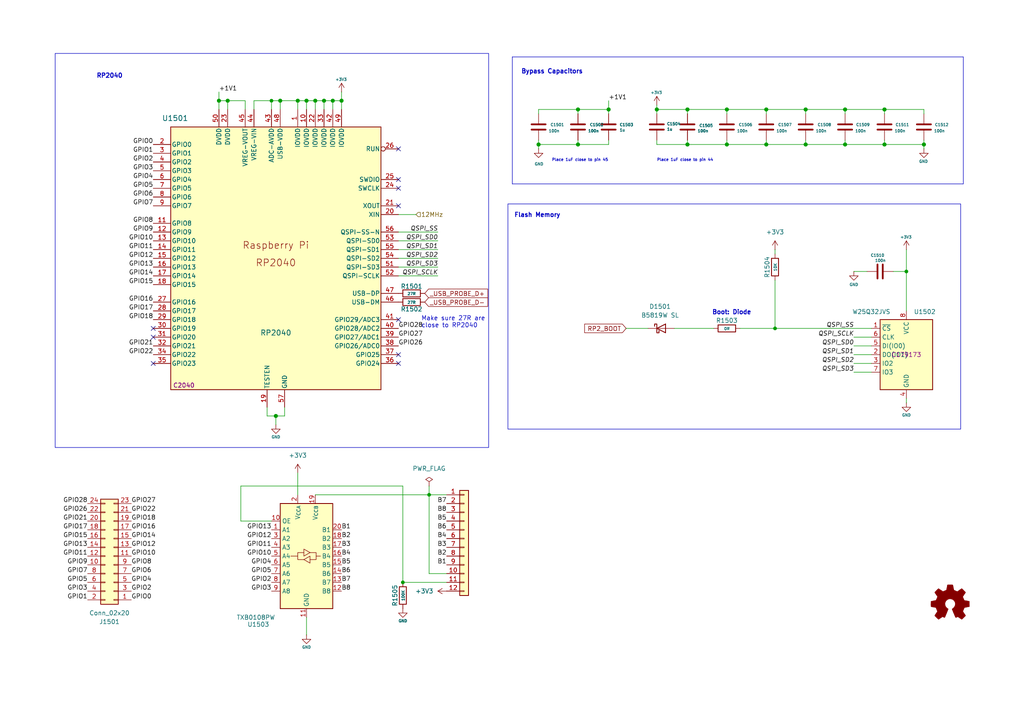
<source format=kicad_sch>
(kicad_sch (version 20250114) (generator "eeschema") (generator_version "9.0")
  (paper "A4")
  (title_block (title "Octoprobe tentacle") (date "2025-09-02") (rev "0.5") (company "Hans Märki, Märki Informatik") (comment 1 "The MIT License (MIT)"))
  (lib_symbols
    (symbol "00_project_library:C" (pin_numbers (hide yes)) (pin_names (offset 0.254))
      (property "Reference" "C" (at 0.635 2.54 0))
      (property "Value" "C" (at 0.635 -2.54 0))
      (symbol "C_0_1"
        (polyline (pts (xy -2.032 0.762) (xy 2.032 0.762)) (stroke (width 0.508)))
        (polyline (pts (xy -2.032 -0.762) (xy 2.032 -0.762)) (stroke (width 0.508)))
      )
      (symbol "C_1_1"
        (pin passive line (at 0 3.81 270) (length 2.794) (name "~") (number "1"))
        (pin passive line (at 0 -3.81 90) (length 2.794) (name "~") (number "2"))
      )
    )
    (symbol "00_project_library:RP2040" (pin_names (offset 0.254))
      (property "Reference" "U" (at 1.27 78.74 0))
      (property "Value" "RP2040" (at 30.48 16.51 0))
      (symbol "RP2040_0_0"
        (text "Raspberry Pi" (at 30.48 41.91 0) (effects (font (size 2 2))))
        (text "RP2040" (at 30.48 36.83 0) (effects (font (size 2 2))))
      )
      (symbol "RP2040_1_0"
        (rectangle (start 0 76.2) (end 60.96 0) (stroke (width 0.254)) (fill (type background)))
      )
      (symbol "RP2040_1_1"
        (pin bidirectional line (at -5.08 71.12 0) (length 5.08) (name "GPIO0") (number "2"))
        (pin bidirectional line (at -5.08 68.58 0) (length 5.08) (name "GPIO1") (number "3"))
        (pin bidirectional line (at -5.08 66.04 0) (length 5.08) (name "GPIO2") (number "4"))
        (pin bidirectional line (at -5.08 63.5 0) (length 5.08) (name "GPIO3") (number "5"))
        (pin bidirectional line (at -5.08 60.96 0) (length 5.08) (name "GPIO4") (number "6"))
        (pin bidirectional line (at -5.08 58.42 0) (length 5.08) (name "GPIO5") (number "7"))
        (pin bidirectional line (at -5.08 55.88 0) (length 5.08) (name "GPIO6") (number "8"))
        (pin bidirectional line (at -5.08 53.34 0) (length 5.08) (name "GPIO7") (number "9"))
        (pin bidirectional line (at -5.08 48.26 0) (length 5.08) (name "GPIO8") (number "11"))
        (pin bidirectional line (at -5.08 45.72 0) (length 5.08) (name "GPIO9") (number "12"))
        (pin bidirectional line (at -5.08 43.18 0) (length 5.08) (name "GPIO10") (number "13"))
        (pin bidirectional line (at -5.08 40.64 0) (length 5.08) (name "GPIO11") (number "14"))
        (pin bidirectional line (at -5.08 38.1 0) (length 5.08) (name "GPIO12") (number "15"))
        (pin bidirectional line (at -5.08 35.56 0) (length 5.08) (name "GPIO13") (number "16"))
        (pin bidirectional line (at -5.08 33.02 0) (length 5.08) (name "GPIO14") (number "17"))
        (pin bidirectional line (at -5.08 30.48 0) (length 5.08) (name "GPIO15") (number "18"))
        (pin bidirectional line (at -5.08 25.4 0) (length 5.08) (name "GPIO16") (number "27"))
        (pin bidirectional line (at -5.08 22.86 0) (length 5.08) (name "GPIO17") (number "28"))
        (pin bidirectional line (at -5.08 20.32 0) (length 5.08) (name "GPIO18") (number "29"))
        (pin bidirectional line (at -5.08 17.78 0) (length 5.08) (name "GPIO19") (number "30"))
        (pin bidirectional line (at -5.08 15.24 0) (length 5.08) (name "GPIO20") (number "31"))
        (pin bidirectional line (at -5.08 12.7 0) (length 5.08) (name "GPIO21") (number "32"))
        (pin bidirectional line (at -5.08 10.16 0) (length 5.08) (name "GPIO22") (number "34"))
        (pin bidirectional line (at -5.08 7.62 0) (length 5.08) (name "GPIO23") (number "35"))
        (pin power_in line (at 13.97 81.28 270) (length 5.08) (name "DVDD") (number "50"))
        (pin power_in line (at 16.51 81.28 270) (length 5.08) (name "DVDD") (number "23"))
        (pin power_out line (at 21.59 81.28 270) (length 5.08) (name "VREG-VOUT") (number "45"))
        (pin power_in line (at 24.13 81.28 270) (length 5.08) (name "VREG-VIN") (number "44"))
        (pin input line (at 27.94 -5.08 90) (length 5.08) (name "TESTEN") (number "19"))
        (pin power_in line (at 29.21 81.28 270) (length 5.08) (name "ADC-AVDD") (number "43"))
        (pin power_in line (at 31.75 81.28 270) (length 5.08) (name "USB-VDD") (number "48"))
        (pin power_in line (at 33.02 -5.08 90) (length 5.08) (name "GND") (number "57"))
        (pin power_in line (at 36.83 81.28 270) (length 5.08) (name "IOVDD") (number "1"))
        (pin power_in line (at 39.37 81.28 270) (length 5.08) (name "IOVDD") (number "10"))
        (pin power_in line (at 41.91 81.28 270) (length 5.08) (name "IOVDD") (number "22"))
        (pin power_in line (at 44.45 81.28 270) (length 5.08) (name "IOVDD") (number "33"))
        (pin power_in line (at 46.99 81.28 270) (length 5.08) (name "IOVDD") (number "42"))
        (pin power_in line (at 49.53 81.28 270) (length 5.08) (name "IOVDD") (number "49"))
        (pin input inverted (at 66.04 69.85 180) (length 5.08) (name "RUN") (number "26"))
        (pin unspecified line (at 66.04 60.96 180) (length 5.08) (name "SWDIO") (number "25"))
        (pin unspecified line (at 66.04 58.42 180) (length 5.08) (name "SWCLK") (number "24"))
        (pin output line (at 66.04 53.34 180) (length 5.08) (name "XOUT") (number "21"))
        (pin bidirectional line (at 66.04 50.8 180) (length 5.08) (name "XIN") (number "20"))
        (pin bidirectional line (at 66.04 45.72 180) (length 5.08) (name "QSPI-SS-N") (number "56"))
        (pin bidirectional line (at 66.04 43.18 180) (length 5.08) (name "QSPI-SD0") (number "53"))
        (pin bidirectional line (at 66.04 40.64 180) (length 5.08) (name "QSPI-SD1") (number "55"))
        (pin bidirectional line (at 66.04 38.1 180) (length 5.08) (name "QSPI-SD2") (number "54"))
        (pin bidirectional line (at 66.04 35.56 180) (length 5.08) (name "QSPI-SD3") (number "51"))
        (pin bidirectional line (at 66.04 33.02 180) (length 5.08) (name "QSPI-SCLK") (number "52"))
        (pin bidirectional line (at 66.04 27.94 180) (length 5.08) (name "USB-DP") (number "47"))
        (pin bidirectional line (at 66.04 25.4 180) (length 5.08) (name "USB-DM") (number "46"))
        (pin bidirectional line (at 66.04 20.32 180) (length 5.08) (name "GPIO29/ADC3") (number "41"))
        (pin bidirectional line (at 66.04 17.78 180) (length 5.08) (name "GPIO28/ADC2") (number "40"))
        (pin bidirectional line (at 66.04 15.24 180) (length 5.08) (name "GPIO27/ADC1") (number "39"))
        (pin bidirectional line (at 66.04 12.7 180) (length 5.08) (name "GPIO26/ADC0") (number "38"))
        (pin bidirectional line (at 66.04 10.16 180) (length 5.08) (name "GPIO25") (number "37"))
        (pin bidirectional line (at 66.04 7.62 180) (length 5.08) (name "GPIO24") (number "36"))
      )
    )
    (symbol "00_project_library:W25Q32JVS"
      (property "Reference" "U" (at -8.89 8.89 0))
      (property "Value" "W25Q32JVS" (at 8.89 12.7 0))
      (property "JLC" "C179173" (at 0 0 0))
      (symbol "W25Q32JVS_0_1"
        (rectangle (start -7.62 10.16) (end 7.62 -10.16) (stroke (width 0.254)) (fill (type background)))
      )
      (symbol "W25Q32JVS_1_1"
        (pin input line (at -10.16 7.62 0) (length 2.54) (name "~{CS}") (number "1"))
        (pin input line (at -10.16 5.08 0) (length 2.54) (name "CLK") (number "6"))
        (pin bidirectional line (at -10.16 2.54 0) (length 2.54) (name "DI(IO0)") (number "5"))
        (pin bidirectional line (at -10.16 0 0) (length 2.54) (name "DO(IO1)") (number "2"))
        (pin bidirectional line (at -10.16 -2.54 0) (length 2.54) (name "IO2") (number "3"))
        (pin bidirectional line (at -10.16 -5.08 0) (length 2.54) (name "IO3") (number "7"))
        (pin power_in line (at 0 12.7 270) (length 2.54) (name "VCC") (number "8"))
        (pin power_in line (at 0 -12.7 90) (length 2.54) (name "GND") (number "4"))
      )
    )
    (symbol "Connector_Generic:Conn_01x12" (pin_names (offset 1.016) (hide yes))
      (property "Reference" "J" (at 0 15.24 0))
      (property "Value" "Conn_01x12" (at 0 -17.78 0))
      (symbol "Conn_01x12_1_1"
        (rectangle (start -1.27 13.97) (end 1.27 -16.51) (stroke (width 0.254)) (fill (type background)))
        (rectangle (start -1.27 12.827) (end 0 12.573) (stroke (width 0.1524)))
        (rectangle (start -1.27 10.287) (end 0 10.033) (stroke (width 0.1524)))
        (rectangle (start -1.27 7.747) (end 0 7.493) (stroke (width 0.1524)))
        (rectangle (start -1.27 5.207) (end 0 4.953) (stroke (width 0.1524)))
        (rectangle (start -1.27 2.667) (end 0 2.413) (stroke (width 0.1524)))
        (rectangle (start -1.27 0.127) (end 0 -0.127) (stroke (width 0.1524)))
        (rectangle (start -1.27 -2.413) (end 0 -2.667) (stroke (width 0.1524)))
        (rectangle (start -1.27 -4.953) (end 0 -5.207) (stroke (width 0.1524)))
        (rectangle (start -1.27 -7.493) (end 0 -7.747) (stroke (width 0.1524)))
        (rectangle (start -1.27 -10.033) (end 0 -10.287) (stroke (width 0.1524)))
        (rectangle (start -1.27 -12.573) (end 0 -12.827) (stroke (width 0.1524)))
        (rectangle (start -1.27 -15.113) (end 0 -15.367) (stroke (width 0.1524)))
        (pin passive line (at -5.08 12.7 0) (length 3.81) (name "Pin_1") (number "1"))
        (pin passive line (at -5.08 10.16 0) (length 3.81) (name "Pin_2") (number "2"))
        (pin passive line (at -5.08 7.62 0) (length 3.81) (name "Pin_3") (number "3"))
        (pin passive line (at -5.08 5.08 0) (length 3.81) (name "Pin_4") (number "4"))
        (pin passive line (at -5.08 2.54 0) (length 3.81) (name "Pin_5") (number "5"))
        (pin passive line (at -5.08 0 0) (length 3.81) (name "Pin_6") (number "6"))
        (pin passive line (at -5.08 -2.54 0) (length 3.81) (name "Pin_7") (number "7"))
        (pin passive line (at -5.08 -5.08 0) (length 3.81) (name "Pin_8") (number "8"))
        (pin passive line (at -5.08 -7.62 0) (length 3.81) (name "Pin_9") (number "9"))
        (pin passive line (at -5.08 -10.16 0) (length 3.81) (name "Pin_10") (number "10"))
        (pin passive line (at -5.08 -12.7 0) (length 3.81) (name "Pin_11") (number "11"))
        (pin passive line (at -5.08 -15.24 0) (length 3.81) (name "Pin_12") (number "12"))
      )
    )
    (symbol "Connector_Generic:Conn_02x12_Odd_Even" (pin_names (offset 1.016) (hide yes))
      (property "Reference" "J" (at 1.27 15.24 0))
      (property "Value" "Conn_02x12_Odd_Even" (at 1.27 -17.78 0))
      (symbol "Conn_02x12_Odd_Even_1_1"
        (rectangle (start -1.27 13.97) (end 3.81 -16.51) (stroke (width 0.254)) (fill (type background)))
        (rectangle (start -1.27 12.827) (end 0 12.573) (stroke (width 0.1524)))
        (rectangle (start -1.27 10.287) (end 0 10.033) (stroke (width 0.1524)))
        (rectangle (start -1.27 7.747) (end 0 7.493) (stroke (width 0.1524)))
        (rectangle (start -1.27 5.207) (end 0 4.953) (stroke (width 0.1524)))
        (rectangle (start -1.27 2.667) (end 0 2.413) (stroke (width 0.1524)))
        (rectangle (start -1.27 0.127) (end 0 -0.127) (stroke (width 0.1524)))
        (rectangle (start -1.27 -2.413) (end 0 -2.667) (stroke (width 0.1524)))
        (rectangle (start -1.27 -4.953) (end 0 -5.207) (stroke (width 0.1524)))
        (rectangle (start -1.27 -7.493) (end 0 -7.747) (stroke (width 0.1524)))
        (rectangle (start -1.27 -10.033) (end 0 -10.287) (stroke (width 0.1524)))
        (rectangle (start -1.27 -12.573) (end 0 -12.827) (stroke (width 0.1524)))
        (rectangle (start -1.27 -15.113) (end 0 -15.367) (stroke (width 0.1524)))
        (rectangle (start 3.81 12.827) (end 2.54 12.573) (stroke (width 0.1524)))
        (rectangle (start 3.81 10.287) (end 2.54 10.033) (stroke (width 0.1524)))
        (rectangle (start 3.81 7.747) (end 2.54 7.493) (stroke (width 0.1524)))
        (rectangle (start 3.81 5.207) (end 2.54 4.953) (stroke (width 0.1524)))
        (rectangle (start 3.81 2.667) (end 2.54 2.413) (stroke (width 0.1524)))
        (rectangle (start 3.81 0.127) (end 2.54 -0.127) (stroke (width 0.1524)))
        (rectangle (start 3.81 -2.413) (end 2.54 -2.667) (stroke (width 0.1524)))
        (rectangle (start 3.81 -4.953) (end 2.54 -5.207) (stroke (width 0.1524)))
        (rectangle (start 3.81 -7.493) (end 2.54 -7.747) (stroke (width 0.1524)))
        (rectangle (start 3.81 -10.033) (end 2.54 -10.287) (stroke (width 0.1524)))
        (rectangle (start 3.81 -12.573) (end 2.54 -12.827) (stroke (width 0.1524)))
        (rectangle (start 3.81 -15.113) (end 2.54 -15.367) (stroke (width 0.1524)))
        (pin passive line (at -5.08 12.7 0) (length 3.81) (name "Pin_1") (number "1"))
        (pin passive line (at -5.08 10.16 0) (length 3.81) (name "Pin_3") (number "3"))
        (pin passive line (at -5.08 7.62 0) (length 3.81) (name "Pin_5") (number "5"))
        (pin passive line (at -5.08 5.08 0) (length 3.81) (name "Pin_7") (number "7"))
        (pin passive line (at -5.08 2.54 0) (length 3.81) (name "Pin_9") (number "9"))
        (pin passive line (at -5.08 0 0) (length 3.81) (name "Pin_11") (number "11"))
        (pin passive line (at -5.08 -2.54 0) (length 3.81) (name "Pin_13") (number "13"))
        (pin passive line (at -5.08 -5.08 0) (length 3.81) (name "Pin_15") (number "15"))
        (pin passive line (at -5.08 -7.62 0) (length 3.81) (name "Pin_17") (number "17"))
        (pin passive line (at -5.08 -10.16 0) (length 3.81) (name "Pin_19") (number "19"))
        (pin passive line (at -5.08 -12.7 0) (length 3.81) (name "Pin_21") (number "21"))
        (pin passive line (at -5.08 -15.24 0) (length 3.81) (name "Pin_23") (number "23"))
        (pin passive line (at 7.62 12.7 180) (length 3.81) (name "Pin_2") (number "2"))
        (pin passive line (at 7.62 10.16 180) (length 3.81) (name "Pin_4") (number "4"))
        (pin passive line (at 7.62 7.62 180) (length 3.81) (name "Pin_6") (number "6"))
        (pin passive line (at 7.62 5.08 180) (length 3.81) (name "Pin_8") (number "8"))
        (pin passive line (at 7.62 2.54 180) (length 3.81) (name "Pin_10") (number "10"))
        (pin passive line (at 7.62 0 180) (length 3.81) (name "Pin_12") (number "12"))
        (pin passive line (at 7.62 -2.54 180) (length 3.81) (name "Pin_14") (number "14"))
        (pin passive line (at 7.62 -5.08 180) (length 3.81) (name "Pin_16") (number "16"))
        (pin passive line (at 7.62 -7.62 180) (length 3.81) (name "Pin_18") (number "18"))
        (pin passive line (at 7.62 -10.16 180) (length 3.81) (name "Pin_20") (number "20"))
        (pin passive line (at 7.62 -12.7 180) (length 3.81) (name "Pin_22") (number "22"))
        (pin passive line (at 7.62 -15.24 180) (length 3.81) (name "Pin_24") (number "24"))
      )
    )
    (symbol "Device:D_Schottky" (pin_numbers (hide yes)) (pin_names (offset 1.016) (hide yes))
      (property "Reference" "D" (at 0 2.54 0))
      (property "Value" "D_Schottky" (at 0 -2.54 0))
      (symbol "D_Schottky_0_1"
        (polyline (pts (xy -1.905 0.635) (xy -1.905 1.27) (xy -1.27 1.27) (xy -1.27 -1.27) (xy -0.635 -1.27) (xy -0.635 -0.635)) (stroke (width 0.254)))
        (polyline (pts (xy 1.27 1.27) (xy 1.27 -1.27) (xy -1.27 0) (xy 1.27 1.27)) (stroke (width 0.254)))
        (polyline (pts (xy 1.27 0) (xy -1.27 0)))
      )
      (symbol "D_Schottky_1_1"
        (pin passive line (at -3.81 0 0) (length 2.54) (name "K") (number "1"))
        (pin passive line (at 3.81 0 180) (length 2.54) (name "A") (number "2"))
      )
    )
    (symbol "Device:R" (pin_numbers (hide yes)) (pin_names (offset 0))
      (property "Reference" "R" (at 2.032 0 90))
      (property "Value" "R" (at 0 0 90))
      (symbol "R_0_1"
        (rectangle (start -1.016 -2.54) (end 1.016 2.54) (stroke (width 0.254)))
      )
      (symbol "R_1_1"
        (pin passive line (at 0 3.81 270) (length 1.27) (name "~") (number "1"))
        (pin passive line (at 0 -3.81 90) (length 1.27) (name "~") (number "2"))
      )
    )
    (symbol "Graphic:Logo_Open_Hardware_Small" (in_bom no) (on_board no)
      (symbol "Logo_Open_Hardware_Small_0_1"
        (polyline (pts (xy 3.3528 -4.3434) (xy 3.302 -4.318) (xy 3.175 -4.2418) (xy 2.9972 -4.1148) (xy 2.7686 -3.9624) (xy 2.54 -3.81) (xy 2.3622 -3.7084) (xy 2.2352 -3.6068) (xy 2.1844 -3.5814) (xy 2.159 -3.6068) (xy 2.0574 -3.6576) (xy 1.905 -3.7338) (xy 1.8034 -3.7846) (xy 1.6764 -3.8354) (xy 1.6002 -3.8354) (xy 1.6002 -3.8354) (xy 1.5494 -3.7338) (xy 1.4732 -3.5306) (xy 1.3462 -3.302) (xy 1.2446 -3.0226) (xy 1.1176 -2.7178) (xy 0.9652 -2.413) (xy 0.8636 -2.1082) (xy 0.7366 -1.8288) (xy 0.6604 -1.6256) (xy 0.6096 -1.4732) (xy 0.5842 -1.397) (xy 0.5842 -1.397) (xy 0.6604 -1.3208) (xy 0.7874 -1.2446) (xy 1.0414 -1.016) (xy 1.2954 -0.6858) (xy 1.4478 -0.3302) (xy 1.524 0.0762) (xy 1.4732 0.4572) (xy 1.3208 0.8128) (xy 1.0668 1.143) (xy 0.762 1.3716) (xy 0.4064 1.524) (xy 0 1.5748) (xy -0.381 1.5494) (xy -0.7366 1.397) (xy -1.0668 1.143) (xy -1.2192 0.9906) (xy -1.397 0.6604) (xy -1.524 0.3048) (xy -1.524 0.2286) (xy -1.4986 -0.1778) (xy -1.397 -0.5334) (xy -1.1938 -0.8636) (xy -0.9144 -1.143) (xy -0.8636 -1.1684) (xy -0.7366 -1.27) (xy -0.635 -1.3462) (xy -0.5842 -1.397) (xy -1.0668 -2.5908) (xy -1.143 -2.794) (xy -1.2954 -3.1242) (xy -1.397 -3.4036) (xy -1.4986 -3.6322) (xy -1.5748 -3.7846) (xy -1.6002 -3.8354) (xy -1.6002 -3.8354) (xy -1.651 -3.8354) (xy -1.7272 -3.81) (xy -1.905 -3.7338) (xy -2.0066 -3.683) (xy -2.1336 -3.6068) (xy -2.2098 -3.5814) (xy -2.2606 -3.6068) (xy -2.3622 -3.683) (xy -2.54 -3.81) (xy -2.7686 -3.9624) (xy -2.9718 -4.0894) (xy -3.1496 -4.2164) (xy -3.302 -4.318) (xy -3.3528 -4.3434) (xy -3.3782 -4.3434) (xy -3.429 -4.318) (xy -3.5306 -4.2164) (xy -3.7084 -4.064) (xy -3.937 -3.8354) (xy -3.9624 -3.81) (xy -4.1656 -3.6068) (xy -4.318 -3.4544) (xy -4.4196 -3.3274) (xy -4.445 -3.2766) (xy -4.445 -3.2766) (xy -4.4196 -3.2258) (xy -4.318 -3.0734) (xy -4.2164 -2.8956) (xy -4.064 -2.667) (xy -3.6576 -2.0828) (xy -3.8862 -1.5494) (xy -3.937 -1.3716) (xy -4.0386 -1.1684) (xy -4.0894 -1.0414) (xy -4.1148 -0.9652) (xy -4.191 -0.9398) (xy -4.318 -0.9144) (xy -4.5466 -0.8636) (xy -4.8006 -0.8128) (xy -5.0546 -0.7874) (xy -5.2578 -0.7366) (xy -5.4356 -0.7112) (xy -5.5118 -0.6858) (xy -5.5118 -0.6858) (xy -5.5372 -0.635) (xy -5.5372 -0.5588) (xy -5.5372 -0.4318) (xy -5.5626 -0.2286) (xy -5.5626 0.0762) (xy -5.5626 0.127) (xy -5.5372 0.4064) (xy -5.5372 0.635) (xy -5.5372 0.762) (xy -5.5372 0.8382) (xy -5.5372 0.8382) (xy -5.461 0.8382) (xy -5.3086 0.889) (xy -5.08 0.9144) (xy -4.826 0.9652) (xy -4.8006 0.9906) (xy -4.5466 1.0414) (xy -4.318 1.0668) (xy -4.1656 1.1176) (xy -4.0894 1.143) (xy -4.0894 1.143) (xy -4.0386 1.2446) (xy -3.9624 1.4224) (xy -3.8608 1.6256) (xy -3.7846 1.8288) (xy -3.7084 2.0066) (xy -3.6576 2.159) (xy -3.6322 2.2098) (xy -3.6322 2.2098) (xy -3.683 2.286) (xy -3.7592 2.413) (xy -3.8862 2.5908) (xy -4.064 2.8194) (xy -4.064 2.8448) (xy -4.2164 3.0734) (xy -4.3434 3.2512) (xy -4.4196 3.3782) (xy -4.445 3.4544) (xy -4.445 3.4544) (xy -4.3942 3.5052) (xy -4.2926 3.6322) (xy -4.1148 3.81) (xy -3.937 4.0132) (xy -3.8608 4.064) (xy -3.6576 4.2926) (xy -3.5052 4.4196) (xy -3.4036 4.4958) (xy -3.3528 4.5212) (xy -3.3528 4.5212) (xy -3.302 4.4704) (xy -3.1496 4.3688) (xy -2.9718 4.2418) (xy -2.7432 4.0894) (xy -2.7178 4.0894) (xy -2.4892 3.937) (xy -2.3114 3.81) (xy -2.1844 3.7084) (xy -2.1336 3.683) (xy -2.1082 3.683) (xy -2.032 3.7084) (xy -1.8542 3.7592) (xy -1.6764 3.8354) (xy -1.4732 3.937) (xy -1.27 4.0132) (xy -1.143 4.064) (xy -1.0668 4.1148) (xy -1.0668 4.1148) (xy -1.0414 4.191) (xy -1.016 4.3434) (xy -0.9652 4.572) (xy -0.9144 4.8514) (xy -0.889 4.9022) (xy -0.8382 5.1562) (xy -0.8128 5.3848) (xy -0.7874 5.5372) (xy -0.762 5.588) (xy -0.7112 5.6134) (xy -0.5842 5.6134) (xy -0.4064 5.6134) (xy -0.1524 5.6134) (xy 0.0762 5.6134) (xy 0.3302 5.6134) (xy 0.5334 5.6134) (xy 0.6858 5.588) (xy 0.7366 5.588) (xy 0.7366 5.588) (xy 0.762 5.5118) (xy 0.8128 5.334) (xy 0.8382 5.1054) (xy 0.9144 4.826) (xy 0.9144 4.7752) (xy 0.9652 4.5212) (xy 1.016 4.2926) (xy 1.0414 4.1402) (xy 1.0668 4.0894) (xy 1.0668 4.0894) (xy 1.1938 4.0386) (xy 1.3716 3.9624) (xy 1.5748 3.8608) (xy 2.0828 3.6576) (xy 2.7178 4.0894) (xy 2.7686 4.1402) (xy 2.9972 4.2926) (xy 3.175 4.4196) (xy 3.302 4.4958) (xy 3.3782 4.5212) (xy 3.3782 4.5212) (xy 3.429 4.4704) (xy 3.556 4.3434) (xy 3.7338 4.191) (xy 3.9116 3.9878) (xy 4.064 3.8354) (xy 4.2418 3.6576) (xy 4.3434 3.556) (xy 4.4196 3.4798) (xy 4.4196 3.429) (xy 4.4196 3.4036) (xy 4.3942 3.3274) (xy 4.2926 3.2004) (xy 4.1656 2.9972) (xy 4.0132 2.794) (xy 3.8862 2.5908) (xy 3.7592 2.3876) (xy 3.6576 2.2352) (xy 3.6322 2.159) (xy 3.6322 2.1336) (xy 3.683 2.0066) (xy 3.7592 1.8288) (xy 3.8608 1.6002) (xy 4.064 1.1176) (xy 4.3942 1.0414) (xy 4.5974 1.016) (xy 4.8768 0.9652) (xy 5.1308 0.9144) (xy 5.5372 0.8382) (xy 5.5626 -0.6604) (xy 5.4864 -0.6858) (xy 5.4356 -0.6858) (xy 5.2832 -0.7366) (xy 5.0546 -0.762) (xy 4.8006 -0.8128) (xy 4.5974 -0.8636) (xy 4.3688 -0.9144) (xy 4.2164 -0.9398) (xy 4.1402 -0.9398) (xy 4.1148 -0.9652) (xy 4.064 -1.0668) (xy 3.9878 -1.2446) (xy 3.9116 -1.4478) (xy 3.81 -1.651) (xy 3.7338 -1.8542) (xy 3.683 -2.0066) (xy 3.6576 -2.0828) (xy 3.683 -2.1336) (xy 3.7846 -2.2606) (xy 3.8862 -2.4638) (xy 4.0386 -2.667) (xy 4.191 -2.8956) (xy 4.318 -3.0734) (xy 4.3942 -3.2004) (xy 4.445 -3.2766) (xy 4.4196 -3.3274) (xy 4.3434 -3.429) (xy 4.1656 -3.5814) (xy 3.937 -3.8354) (xy 3.8862 -3.8608) (xy 3.683 -4.064) (xy 3.5306 -4.2164) (xy 3.4036 -4.318) (xy 3.3528 -4.3434)) (fill (type outline)))
      )
    )
    (symbol "Logic_LevelTranslator:TXB0108PW"
      (property "Reference" "U" (at -6.35 16.51 0))
      (property "Value" "TXB0108PW" (at 3.81 16.51 0))
      (symbol "TXB0108PW_0_1"
        (rectangle (start -7.62 15.24) (end 7.62 -15.24) (stroke (width 0.254)) (fill (type background)))
        (polyline (pts (xy -2.54 0) (xy -2.54 1.016) (xy -0.762 1.016)))
        (polyline (pts (xy -0.762 -1.016) (xy -2.54 -1.016) (xy -2.54 0) (xy -4.572 0)))
        (polyline (pts (xy -0.762 -1.016) (xy 1.016 0) (xy 1.016 -2.032) (xy -0.762 -1.016)))
        (polyline (pts (xy 1.016 1.016) (xy -0.762 0) (xy -0.762 2.032) (xy 1.016 1.016)))
        (polyline (pts (xy 1.016 1.016) (xy 2.794 1.016) (xy 2.794 0) (xy 4.064 0)))
        (polyline (pts (xy 2.794 0) (xy 2.794 -1.016) (xy 1.016 -1.016)))
      )
      (symbol "TXB0108PW_1_1"
        (pin input line (at -10.16 10.16 0) (length 2.54) (name "OE") (number "10"))
        (pin bidirectional line (at -10.16 7.62 0) (length 2.54) (name "A1") (number "1"))
        (pin bidirectional line (at -10.16 5.08 0) (length 2.54) (name "A2") (number "3"))
        (pin bidirectional line (at -10.16 2.54 0) (length 2.54) (name "A3") (number "4"))
        (pin bidirectional line (at -10.16 0 0) (length 2.54) (name "A4") (number "5"))
        (pin bidirectional line (at -10.16 -2.54 0) (length 2.54) (name "A5") (number "6"))
        (pin bidirectional line (at -10.16 -5.08 0) (length 2.54) (name "A6") (number "7"))
        (pin bidirectional line (at -10.16 -7.62 0) (length 2.54) (name "A7") (number "8"))
        (pin bidirectional line (at -10.16 -10.16 0) (length 2.54) (name "A8") (number "9"))
        (pin power_in line (at -2.54 17.78 270) (length 2.54) (name "V_{CCA}") (number "2"))
        (pin power_in line (at 0 -17.78 90) (length 2.54) (name "GND") (number "11"))
        (pin power_in line (at 2.54 17.78 270) (length 2.54) (name "V_{CCB}") (number "19"))
        (pin bidirectional line (at 10.16 7.62 180) (length 2.54) (name "B1") (number "20"))
        (pin bidirectional line (at 10.16 5.08 180) (length 2.54) (name "B2") (number "18"))
        (pin bidirectional line (at 10.16 2.54 180) (length 2.54) (name "B3") (number "17"))
        (pin bidirectional line (at 10.16 0 180) (length 2.54) (name "B4") (number "16"))
        (pin bidirectional line (at 10.16 -2.54 180) (length 2.54) (name "B5") (number "15"))
        (pin bidirectional line (at 10.16 -5.08 180) (length 2.54) (name "B6") (number "14"))
        (pin bidirectional line (at 10.16 -7.62 180) (length 2.54) (name "B7") (number "13"))
        (pin bidirectional line (at 10.16 -10.16 180) (length 2.54) (name "B8") (number "12"))
      )
    )
    (symbol "power:+3V3" (power) (pin_numbers (hide yes)) (pin_names (offset 0) (hide yes))
      (property "Value" "+3V3" (at 0 3.556 0))
      (symbol "+3V3_0_1"
        (polyline (pts (xy -0.762 1.27) (xy 0 2.54)))
        (polyline (pts (xy 0 2.54) (xy 0.762 1.27)))
        (polyline (pts (xy 0 0) (xy 0 2.54)))
      )
      (symbol "+3V3_1_1"
        (pin power_in line (at 0 0 90) (length 0) (name "~") (number "1"))
      )
    )
    (symbol "power:GND" (power) (pin_numbers (hide yes)) (pin_names (offset 0) (hide yes))
      (property "Value" "GND" (at 0 -3.81 0))
      (symbol "GND_0_1"
        (polyline (pts (xy 0 0) (xy 0 -1.27) (xy 1.27 -1.27) (xy 0 -2.54) (xy -1.27 -1.27) (xy 0 -1.27)))
      )
      (symbol "GND_1_1"
        (pin power_in line (at 0 0 270) (length 0) (name "~") (number "1"))
      )
    )
    (symbol "power:PWR_FLAG" (power) (pin_numbers (hide yes)) (pin_names (offset 0) (hide yes))
      (property "Value" "PWR_FLAG" (at 0 3.81 0))
      (symbol "PWR_FLAG_0_0"
        (pin power_out line (at 0 0 90) (length 0) (name "~") (number "1"))
      )
      (symbol "PWR_FLAG_0_1"
        (polyline (pts (xy 0 0) (xy 0 1.27) (xy -1.016 1.905) (xy 0 2.54) (xy 1.016 1.905) (xy 0 1.27)))
      )
    )
  )
  (rectangle (start 147.32 59.1509) (end 278.638 124.46))
  (rectangle (start 16.002 15.494) (end 141.732 129.794))
  (text "Make sure 27R are\nclose to RP2040" (at 122.174 95.25 0) (effects (font (size 1.27 1.27)) (justify left bottom)))
  (text "RP2040" (at 27.94 22.86 0) (effects (font (size 1.27 1.27) (thickness 0.254) (bold yes)) (justify left bottom)))
  (text "Place 1uF close to pin 44" (at 190.5 46.99 0) (effects (font (size 0.8 0.8)) (justify left bottom)))
  (text "Place 1uF close to pin 45" (at 160.02 46.99 0) (effects (font (size 0.8 0.8)) (justify left bottom)))
  (text "Boot: Diode" (at 206.502 91.44 0) (effects (font (size 1.27 1.27) (thickness 0.254) (bold yes)) (justify left bottom)))
  (text "Flash Memory" (at 149.098 63.246 0) (effects (font (size 1.27 1.27) (thickness 0.254) (bold yes)) (justify left bottom)))
  (text "Bypass Capacitors" (at 151.13 21.59 0) (effects (font (size 1.27 1.27) (thickness 0.254) (bold yes)) (justify left bottom)))
  (junction (at 91.44 29.21) (diameter 1.016))
  (junction (at 80.01 120.65) (diameter 1.016))
  (junction (at 262.89 78.74))
  (junction (at 176.53 31.75) (diameter 1.016))
  (junction (at 99.06 29.21) (diameter 1.016))
  (junction (at 222.25 31.75) (diameter 1.016))
  (junction (at 156.21 41.91) (diameter 1.016))
  (junction (at 78.74 29.21))
  (junction (at 233.68 31.75) (diameter 1.016))
  (junction (at 63.5 29.21) (diameter 1.016))
  (junction (at 222.25 41.91) (diameter 1.016))
  (junction (at 245.11 31.75) (diameter 1.016))
  (junction (at 88.9 29.21) (diameter 1.016))
  (junction (at 167.64 41.91) (diameter 1.016))
  (junction (at 81.28 29.21) (diameter 1.016))
  (junction (at 210.82 31.75) (diameter 1.016))
  (junction (at 190.5 31.75) (diameter 1.016))
  (junction (at 267.97 41.91) (diameter 1.016))
  (junction (at 96.52 29.21) (diameter 1.016))
  (junction (at 86.36 29.21) (diameter 1.016))
  (junction (at 116.84 168.91))
  (junction (at 124.46 143.51))
  (junction (at 66.04 29.21) (diameter 1.016))
  (junction (at 224.79 95.25))
  (junction (at 256.54 31.75) (diameter 1.016))
  (junction (at 199.39 41.91) (diameter 1.016))
  (junction (at 210.82 41.91) (diameter 1.016))
  (junction (at 256.54 41.91) (diameter 1.016))
  (junction (at 93.98 29.21) (diameter 1.016))
  (junction (at 233.68 41.91) (diameter 1.016))
  (junction (at 245.11 41.91) (diameter 1.016))
  (junction (at 167.64 31.75) (diameter 1.016))
  (junction (at 199.39 31.75) (diameter 1.016))
  (no_connect (at 44.45 95.25))
  (no_connect (at 44.45 105.41))
  (no_connect (at 115.57 105.41))
  (no_connect (at 115.57 102.87))
  (no_connect (at 115.57 52.07))
  (no_connect (at 115.57 59.69))
  (no_connect (at 115.57 92.71))
  (no_connect (at 115.57 54.61))
  (no_connect (at 115.57 43.18))
  (no_connect (at 44.45 97.79))
  (wire (pts (xy 86.36 137.16) (xy 86.36 143.51)))
  (wire (pts (xy 99.06 31.75) (xy 99.06 29.21)))
  (wire (pts (xy 91.44 143.51) (xy 124.46 143.51)))
  (wire (pts (xy 115.57 69.85) (xy 127 69.85)))
  (wire (pts (xy 80.01 120.65) (xy 82.55 120.65)))
  (wire (pts (xy 82.55 120.65) (xy 82.55 118.11)))
  (wire (pts (xy 91.44 29.21) (xy 93.98 29.21)))
  (wire (pts (xy 116.84 168.91) (xy 129.54 168.91)))
  (wire (pts (xy 81.28 31.75) (xy 81.28 29.21)))
  (wire (pts (xy 222.25 41.91) (xy 210.82 41.91)))
  (wire (pts (xy 262.89 115.57) (xy 262.89 116.84)))
  (wire (pts (xy 96.52 29.21) (xy 99.06 29.21)))
  (wire (pts (xy 93.98 29.21) (xy 96.52 29.21)))
  (wire (pts (xy 256.54 33.02) (xy 256.54 31.75)))
  (wire (pts (xy 262.89 78.74) (xy 262.89 90.17)))
  (wire (pts (xy 124.46 143.51) (xy 129.54 143.51)))
  (wire (pts (xy 199.39 40.64) (xy 199.39 41.91)))
  (wire (pts (xy 252.73 105.41) (xy 247.65 105.41)))
  (wire (pts (xy 233.68 33.02) (xy 233.68 31.75)))
  (polyline (pts (xy 148.59 16.51) (xy 148.59 53.34)))
  (wire (pts (xy 190.5 31.75) (xy 190.5 33.02)))
  (wire (pts (xy 167.64 41.91) (xy 167.64 40.64)))
  (wire (pts (xy 256.54 31.75) (xy 267.97 31.75)))
  (wire (pts (xy 115.57 67.31) (xy 127 67.31)))
  (wire (pts (xy 199.39 31.75) (xy 210.82 31.75)))
  (wire (pts (xy 78.74 31.75) (xy 78.74 29.21)))
  (wire (pts (xy 256.54 41.91) (xy 245.11 41.91)))
  (wire (pts (xy 224.79 95.25) (xy 252.73 95.25)))
  (wire (pts (xy 80.01 123.19) (xy 80.01 120.65)))
  (wire (pts (xy 252.73 100.33) (xy 247.65 100.33)))
  (polyline (pts (xy 279.4 53.34) (xy 148.59 53.34)))
  (wire (pts (xy 190.5 40.64) (xy 190.5 41.91)))
  (wire (pts (xy 245.11 41.91) (xy 233.68 41.91)))
  (wire (pts (xy 245.11 40.64) (xy 245.11 41.91)))
  (wire (pts (xy 69.85 151.13) (xy 78.74 151.13)))
  (wire (pts (xy 156.21 41.91) (xy 167.64 41.91)))
  (wire (pts (xy 247.65 78.74) (xy 251.46 78.74)))
  (wire (pts (xy 88.9 29.21) (xy 91.44 29.21)))
  (wire (pts (xy 115.57 72.39) (xy 127 72.39)))
  (wire (pts (xy 78.74 29.21) (xy 81.28 29.21)))
  (wire (pts (xy 93.98 31.75) (xy 93.98 29.21)))
  (wire (pts (xy 245.11 31.75) (xy 256.54 31.75)))
  (wire (pts (xy 267.97 41.91) (xy 267.97 43.18)))
  (wire (pts (xy 63.5 26.67) (xy 63.5 29.21)))
  (wire (pts (xy 66.04 31.75) (xy 66.04 29.21)))
  (wire (pts (xy 115.57 62.23) (xy 120.65 62.23)))
  (wire (pts (xy 77.47 120.65) (xy 77.47 118.11)))
  (wire (pts (xy 86.36 31.75) (xy 86.36 29.21)))
  (wire (pts (xy 245.11 33.02) (xy 245.11 31.75)))
  (wire (pts (xy 224.79 81.28) (xy 224.79 95.25)))
  (wire (pts (xy 252.73 97.79) (xy 247.65 97.79)))
  (wire (pts (xy 267.97 33.02) (xy 267.97 31.75)))
  (wire (pts (xy 176.53 29.21) (xy 176.53 31.75)))
  (wire (pts (xy 73.66 31.75) (xy 73.66 29.21)))
  (wire (pts (xy 259.08 78.74) (xy 262.89 78.74)))
  (wire (pts (xy 190.5 31.75) (xy 199.39 31.75)))
  (wire (pts (xy 190.5 41.91) (xy 199.39 41.91)))
  (wire (pts (xy 262.89 72.39) (xy 262.89 78.74)))
  (wire (pts (xy 195.58 95.25) (xy 207.01 95.25)))
  (wire (pts (xy 69.85 140.97) (xy 116.84 140.97)))
  (wire (pts (xy 91.44 31.75) (xy 91.44 29.21)))
  (wire (pts (xy 86.36 29.21) (xy 88.9 29.21)))
  (wire (pts (xy 96.52 29.21) (xy 96.52 31.75)))
  (wire (pts (xy 267.97 40.64) (xy 267.97 41.91)))
  (wire (pts (xy 210.82 40.64) (xy 210.82 41.91)))
  (wire (pts (xy 156.21 31.75) (xy 167.64 31.75)))
  (wire (pts (xy 71.12 29.21) (xy 66.04 29.21)))
  (wire (pts (xy 181.61 95.25) (xy 187.96 95.25)))
  (wire (pts (xy 124.46 143.51) (xy 124.46 166.37)))
  (wire (pts (xy 176.53 31.75) (xy 176.53 33.02)))
  (wire (pts (xy 124.46 166.37) (xy 129.54 166.37)))
  (wire (pts (xy 69.85 151.13) (xy 69.85 140.97)))
  (wire (pts (xy 252.73 107.95) (xy 247.65 107.95)))
  (wire (pts (xy 214.63 95.25) (xy 224.79 95.25)))
  (wire (pts (xy 233.68 40.64) (xy 233.68 41.91)))
  (wire (pts (xy 73.66 29.21) (xy 78.74 29.21)))
  (wire (pts (xy 156.21 41.91) (xy 156.21 43.18)))
  (wire (pts (xy 233.68 41.91) (xy 222.25 41.91)))
  (wire (pts (xy 224.79 72.39) (xy 224.79 73.66)))
  (wire (pts (xy 233.68 31.75) (xy 245.11 31.75)))
  (wire (pts (xy 210.82 33.02) (xy 210.82 31.75)))
  (wire (pts (xy 124.46 140.97) (xy 124.46 143.51)))
  (polyline (pts (xy 148.59 16.51) (xy 279.4 16.51)))
  (wire (pts (xy 167.64 31.75) (xy 176.53 31.75)))
  (wire (pts (xy 88.9 31.75) (xy 88.9 29.21)))
  (wire (pts (xy 176.53 41.91) (xy 167.64 41.91)))
  (wire (pts (xy 116.84 140.97) (xy 116.84 168.91)))
  (wire (pts (xy 81.28 29.21) (xy 86.36 29.21)))
  (wire (pts (xy 222.25 31.75) (xy 233.68 31.75)))
  (wire (pts (xy 252.73 102.87) (xy 247.65 102.87)))
  (wire (pts (xy 222.25 40.64) (xy 222.25 41.91)))
  (wire (pts (xy 63.5 29.21) (xy 63.5 31.75)))
  (wire (pts (xy 88.9 184.15) (xy 88.9 179.07)))
  (wire (pts (xy 80.01 120.65) (xy 77.47 120.65)))
  (wire (pts (xy 63.5 29.21) (xy 66.04 29.21)))
  (wire (pts (xy 167.64 33.02) (xy 167.64 31.75)))
  (wire (pts (xy 210.82 41.91) (xy 199.39 41.91)))
  (wire (pts (xy 256.54 41.91) (xy 267.97 41.91)))
  (wire (pts (xy 156.21 40.64) (xy 156.21 41.91)))
  (polyline (pts (xy 279.4 16.51) (xy 279.4 53.34)))
  (wire (pts (xy 99.06 26.67) (xy 99.06 29.21)))
  (wire (pts (xy 115.57 80.01) (xy 127 80.01)))
  (wire (pts (xy 256.54 40.64) (xy 256.54 41.91)))
  (wire (pts (xy 115.57 77.47) (xy 127 77.47)))
  (wire (pts (xy 190.5 30.48) (xy 190.5 31.75)))
  (wire (pts (xy 71.12 31.75) (xy 71.12 29.21)))
  (wire (pts (xy 176.53 40.64) (xy 176.53 41.91)))
  (wire (pts (xy 156.21 33.02) (xy 156.21 31.75)))
  (wire (pts (xy 210.82 31.75) (xy 222.25 31.75)))
  (wire (pts (xy 222.25 33.02) (xy 222.25 31.75)))
  (wire (pts (xy 199.39 33.02) (xy 199.39 31.75)))
  (wire (pts (xy 115.57 74.93) (xy 127 74.93)))
  (label "GPIO12" (at 38.1 158.75 0))
  (label "QSPI_SS" (at 247.65 95.25 180) (effects (font (italic yes))))
  (label "QSPI_SCLK" (at 127 80.01 180) (effects (font (italic yes))))
  (label "GPIO14" (at 44.45 80.01 180))
  (label "GPIO27" (at 38.1 146.05 0))
  (label "B1" (at 129.54 163.83 180))
  (label "+1V1" (at 63.5 26.67 0))
  (label "GPIO9" (at 44.45 67.31 180))
  (label "GPIO28" (at 115.57 95.25 0))
  (label "GPIO18" (at 44.45 92.71 180))
  (label "GPIO2" (at 44.45 46.99 180))
  (label "GPIO5" (at 78.74 166.37 180))
  (label "QSPI_SD1" (at 247.65 102.87 180) (effects (font (italic yes))))
  (label "B3" (at 99.06 158.75 0))
  (label "GPIO22" (at 44.45 102.87 180))
  (label "QSPI_SD1" (at 127 72.39 180) (effects (font (italic yes))))
  (label "QSPI_SD3" (at 247.65 107.95 180) (effects (font (italic yes))))
  (label "GPIO7" (at 44.45 59.69 180))
  (label "B7" (at 129.54 146.05 180))
  (label "GPIO27" (at 115.57 97.79 0))
  (label "GPIO6" (at 38.1 166.37 0))
  (label "GPIO10" (at 78.74 161.29 180))
  (label "B4" (at 99.06 161.29 0))
  (label "QSPI_SD2" (at 127 74.93 180) (effects (font (italic yes))))
  (label "GPIO0" (at 44.45 41.91 180))
  (label "GPIO3" (at 78.74 171.45 180))
  (label "GPIO15" (at 44.45 82.55 180))
  (label "GPIO12" (at 44.45 74.93 180))
  (label "QSPI_SS" (at 127 67.31 180) (effects (font (italic yes))))
  (label "GPIO11" (at 44.45 72.39 180))
  (label "GPIO9" (at 25.4 163.83 180))
  (label "GPIO16" (at 44.45 87.63 180))
  (label "B1" (at 99.06 153.67 0))
  (label "B2" (at 129.54 161.29 180))
  (label "GPIO16" (at 38.1 153.67 0))
  (label "GPIO11" (at 25.4 161.29 180))
  (label "B6" (at 129.54 153.67 180))
  (label "GPIO3" (at 25.4 171.45 180))
  (label "B3" (at 129.54 158.75 180))
  (label "GPIO8" (at 38.1 163.83 0))
  (label "GPIO4" (at 44.45 52.07 180))
  (label "GPIO26" (at 115.57 100.33 0))
  (label "GPIO21" (at 44.45 100.33 180))
  (label "QSPI_SD2" (at 247.65 105.41 180) (effects (font (italic yes))))
  (label "GPIO17" (at 44.45 90.17 180))
  (label "B6" (at 99.06 166.37 0))
  (label "GPIO7" (at 25.4 166.37 180))
  (label "GPIO18" (at 38.1 151.13 0))
  (label "GPIO1" (at 25.4 173.99 180))
  (label "+1V1" (at 176.53 29.21 0))
  (label "GPIO6" (at 44.45 57.15 180))
  (label "GPIO28" (at 25.4 146.05 180))
  (label "QSPI_SD3" (at 127 77.47 180) (effects (font (italic yes))))
  (label "GPIO13" (at 44.45 77.47 180))
  (label "GPIO10" (at 38.1 161.29 0))
  (label "GPIO13" (at 25.4 158.75 180))
  (label "GPIO5" (at 44.45 54.61 180))
  (label "GPIO5" (at 25.4 168.91 180))
  (label "B7" (at 99.06 168.91 0))
  (label "QSPI_SD0" (at 247.65 100.33 180) (effects (font (italic yes))))
  (label "GPIO8" (at 44.45 64.77 180))
  (label "GPIO4" (at 38.1 168.91 0))
  (label "QSPI_SD0" (at 127 69.85 180) (effects (font (italic yes))))
  (label "GPIO12" (at 78.74 156.21 180))
  (label "GPIO21" (at 25.4 151.13 180))
  (label "B8" (at 99.06 171.45 0))
  (label "GPIO1" (at 44.45 44.45 180))
  (label "GPIO26" (at 25.4 148.59 180))
  (label "GPIO17" (at 25.4 153.67 180))
  (label "GPIO13" (at 78.74 153.67 180))
  (label "GPIO11" (at 78.74 158.75 180))
  (label "GPIO3" (at 44.45 49.53 180))
  (label "GPIO4" (at 78.74 163.83 180))
  (label "GPIO22" (at 38.1 148.59 0))
  (label "GPIO2" (at 38.1 171.45 0))
  (label "B5" (at 129.54 151.13 180))
  (label "GPIO14" (at 38.1 156.21 0))
  (label "B5" (at 99.06 163.83 0))
  (label "B2" (at 99.06 156.21 0))
  (label "B4" (at 129.54 156.21 180))
  (label "B8" (at 129.54 148.59 180))
  (label "GPIO2" (at 78.74 168.91 180))
  (label "GPIO0" (at 38.1 173.99 0))
  (label "QSPI_SCLK" (at 247.65 97.79 180) (effects (font (italic yes))))
  (label "GPIO15" (at 25.4 156.21 180))
  (label "GPIO10" (at 44.45 69.85 180))
  (global_label "_USB_PROBE_D+" (shape input) (at 123.19 85.09 0) (property "Intersheetrefs" "${INTERSHEET_REFS}" (effects (hide yes))))
  (global_label "_USB_PROBE_D-" (shape input) (at 123.19 87.63 0) (property "Intersheetrefs" "${INTERSHEET_REFS}" (effects (hide yes))))
  (global_label "RP2_BOOT" (shape input) (at 181.61 95.25 180) (property "Intersheetrefs" "${INTERSHEET_REFS}" (effects (hide yes))))
  (hierarchical_label "12MHz" (shape input) (at 120.65 62.23 0))
  (symbol (lib_id "00_project_library:RP2040") (at 49.53 113.03 0) (unit 1)
    (property "Reference" "U1501" (at 50.8 34.29 0) (effects (font (size 1.524 1.524))))
    (property "Value" "RP2040" (at 80.01 96.52 0) (effects (font (size 1.524 1.524))))
    (property "Footprint" "00_project_library:RP2040-QFN-56" (effects (hide yes)))
    (property "Datasheet" "https://datasheets.raspberrypi.org/rp2040/rp2040-datasheet.pdf" (effects (hide yes)))
    (property "Author" "CIRCUITSTATE Electronics" (effects (hide yes)))
    (property "License" "CC BY 4.0" (effects (hide yes)))
    (property "Revision" "1.3" (effects (hide yes)))
    (property "JLC" "C2040" (at 53.34 111.76 0))
  )
  (symbol (lib_id "00_project_library:C") (at 190.5 36.83 0) (unit 1)
    (property "Reference" "C1504" (at 193.421 35.9156 0) (effects (font (size 0.8 0.8)) (justify left)))
    (property "Value" "1u" (at 193.421 37.465 0) (effects (font (size 0.8 0.8)) (justify left)))
    (property "Footprint" "Capacitor_SMD:C_0402_1005Metric" (effects (hide yes)))
    (property "JLC" "C52923" (effects (hide yes)))
  )
  (symbol (lib_id "00_project_library:C") (at 245.11 36.83 0) (unit 1)
    (property "Reference" "C1509" (at 248.285 36.1696 0) (effects (font (size 0.8 0.8)) (justify left)))
    (property "Value" "100n" (at 248.031 37.973 0) (effects (font (size 0.8 0.8)) (justify left)))
    (property "Footprint" "Capacitor_SMD:C_0402_1005Metric" (effects (hide yes)))
    (property "JLC" "C1525" (effects (hide yes)))
  )
  (symbol (lib_id "power:GND") (at 88.9 184.15 0) (unit 1)
    (property "Reference" "#PWR01513" (effects (hide yes)))
    (property "Value" "GND" (at 88.9 187.706 0) (effects (font (size 0.8 0.8))))
    (property "Description" "Power symbol creates a global label with name \"GND\" , ground" (effects (hide yes)))
  )
  (symbol (lib_id "power:+3V3") (at 99.06 26.67 0) (unit 1)
    (property "Reference" "#PWR01503" (effects (hide yes)))
    (property "Value" "+3V3" (at 98.933 23.0378 0) (effects (font (size 0.8 0.8))))
    (property "Description" "Power symbol creates a global label with name \"+3V3\"" (effects (hide yes)))
  )
  (symbol (lib_id "Connector_Generic:Conn_01x12") (at 134.62 156.21 0) (unit 1) (in_bom no)
    (property "Reference" "J1502" (effects (hide yes)))
    (property "Value" "Conn_01x12" (effects (hide yes)))
    (property "Footprint" "00_project_library:PinSocket_1x12_P2.54mm_Vertical_squarepad" (effects (hide yes)))
    (property "Description" "Generic connector, single row, 01x12, script generated (kicad-library-utils/schlib/autogen/connector/)" (effects (hide yes)))
  )
  (symbol (lib_id "power:GND") (at 262.89 116.84 0) (unit 1)
    (property "Reference" "#PWR01510" (effects (hide yes)))
    (property "Value" "GND" (at 262.89 120.396 0) (effects (font (size 0.8 0.8))))
    (property "Description" "Power symbol creates a global label with name \"GND\" , ground" (effects (hide yes)))
  )
  (symbol (lib_id "00_project_library:C") (at 255.27 78.74 90) (unit 1)
    (property "Reference" "C1510" (at 256.5146 74.041 90) (effects (font (size 0.8 0.8)) (justify left)))
    (property "Value" "100n" (at 256.921 75.565 90) (effects (font (size 0.8 0.8)) (justify left)))
    (property "Footprint" "Capacitor_SMD:C_0402_1005Metric" (effects (hide yes)))
    (property "JLC" "C1525" (effects (hide yes)))
  )
  (symbol (lib_id "Logic_LevelTranslator:TXB0108PW") (at 88.9 161.29 0) (unit 1)
    (property "Reference" "U1503" (at 74.93 181.102 0))
    (property "Value" "TXB0108PW" (at 68.58 179.07 0) (effects (justify left)))
    (property "Footprint" "Package_SO:TSSOP-20_4.4x6.5mm_P0.65mm" (effects (hide yes)))
    (property "Datasheet" "http://www.ti.com/lit/ds/symlink/txb0108.pdf" (effects (hide yes)))
    (property "Description" "8-Bit Bidirectional Voltage-Level Translator, Auto Direction Sensing and ±15-kV ESD Protection, 1.2 - 3.6V APort, 1.65 - 5.5V BPort, TSSOP-20" (effects (hide yes)))
    (property "JLC" "C53406" (effects (hide yes)))
  )
  (symbol (lib_id "Graphic:Logo_Open_Hardware_Small") (at 275.59 175.26 0) (unit 1) (exclude_from_sim yes) (in_bom no) (on_board no)
    (property "Reference" "#SYM1501" (effects (hide yes)))
    (property "Value" "Logo_Open_Hardware_Small" (effects (hide yes)))
    (property "Description" "Open Hardware logo, small" (effects (hide yes)))
  )
  (symbol (lib_id "Device:R") (at 119.38 85.09 270) (unit 1)
    (property "Reference" "R1501" (at 119.38 83.058 90))
    (property "Value" "27R" (at 119.38 85.1916 90) (effects (font (size 0.8 0.8))))
    (property "Footprint" "Resistor_SMD:R_0402_1005Metric" (effects (hide yes)))
  )
  (symbol (lib_id "power:GND") (at 116.84 176.53 0) (unit 1)
    (property "Reference" "#PWR01501" (effects (hide yes)))
    (property "Value" "GND" (at 116.84 180.086 0) (effects (font (size 0.8 0.8))))
    (property "Description" "Power symbol creates a global label with name \"GND\" , ground" (effects (hide yes)))
  )
  (symbol (lib_id "00_project_library:C") (at 233.68 36.83 0) (unit 1)
    (property "Reference" "C1508" (at 237.109 36.1696 0) (effects (font (size 0.8 0.8)) (justify left)))
    (property "Value" "100n" (at 236.601 37.973 0) (effects (font (size 0.8 0.8)) (justify left)))
    (property "Footprint" "Capacitor_SMD:C_0402_1005Metric" (effects (hide yes)))
    (property "JLC" "C1525" (effects (hide yes)))
  )
  (symbol (lib_id "00_project_library:C") (at 156.21 36.83 0) (unit 1)
    (property "Reference" "C1501" (at 159.639 36.1696 0) (effects (font (size 0.8 0.8)) (justify left)))
    (property "Value" "100n" (at 159.131 37.973 0) (effects (font (size 0.8 0.8)) (justify left)))
    (property "Footprint" "Capacitor_SMD:C_0402_1005Metric" (effects (hide yes)))
    (property "JLC" "C1525" (effects (hide yes)))
  )
  (symbol (lib_id "Device:D_Schottky") (at 191.77 95.25 0) (unit 1)
    (property "Reference" "D1501" (at 191.4525 88.9 0))
    (property "Value" "B5819W SL" (at 191.4525 91.44 0))
    (property "Footprint" "Diode_SMD:D_SOD-123" (effects (hide yes)))
    (property "Datasheet" "https://datasheet.lcsc.com/lcsc/2304140030_Jiangsu-Changjing-Electronics-Technology-Co---Ltd--B5819W-SL_C8598.pdf" (effects (hide yes)))
    (property "JLC" "C8598" (effects (hide yes)))
  )
  (symbol (lib_id "00_project_library:W25Q32JVS") (at 262.89 102.87 0) (unit 1)
    (property "Reference" "U1502" (at 268.224 90.424 0))
    (property "Value" "W25Q32JVS" (at 252.73 90.424 0))
    (property "Footprint" "00_project_library:SOIC-8_5.23x5.23mm_P1.27mm" (effects (hide yes)))
    (property "Datasheet" "https://www.lcsc.com/datasheet/lcsc_datasheet_1912210731_Winbond-Elec-W25Q32JVSSIQ_C179173.pdf" (effects (hide yes)))
    (property "Description" "32Mb Serial Flash Memory, Standard/Dual/Quad SPI, SOIC-8" (effects (hide yes)))
    (property "JLC" "C179173" (at 262.89 102.87 0))
  )
  (symbol (lib_id "power:+3V3") (at 129.54 171.45 90) (unit 1)
    (property "Reference" "#PWR01514" (effects (hide yes)))
    (property "Value" "+3V3" (at 125.73 171.4499 90) (effects (justify left)))
    (property "Description" "Power symbol creates a global label with name \"+3V3\"" (effects (hide yes)))
  )
  (symbol (lib_id "Device:R") (at 119.38 87.63 270) (unit 1)
    (property "Reference" "R1502" (at 119.38 89.662 90))
    (property "Value" "27R" (at 119.38 87.7316 90) (effects (font (size 0.8 0.8))))
    (property "Footprint" "Resistor_SMD:R_0402_1005Metric" (effects (hide yes)))
  )
  (symbol (lib_id "Device:R") (at 116.84 172.72 0) (unit 1)
    (property "Reference" "R1505" (at 114.554 172.72 90))
    (property "Value" "100K" (at 116.9416 172.72 90) (effects (font (size 0.8 0.8))))
    (property "Footprint" "Resistor_SMD:R_0402_1005Metric" (effects (hide yes)))
  )
  (symbol (lib_id "Device:R") (at 210.82 95.25 270) (unit 1)
    (property "Reference" "R1503" (at 210.82 92.964 90))
    (property "Value" "0R" (at 210.82 95.3516 90) (effects (font (size 0.8 0.8))))
    (property "Footprint" "Resistor_SMD:R_0805_2012Metric" (effects (hide yes)))
  )
  (symbol (lib_id "power:+3V3") (at 190.5 30.48 0) (unit 1)
    (property "Reference" "#PWR01506" (effects (hide yes)))
    (property "Value" "+3V3" (at 190.373 26.8478 0) (effects (font (size 0.8 0.8))))
    (property "Description" "Power symbol creates a global label with name \"+3V3\"" (effects (hide yes)))
  )
  (symbol (lib_id "power:GND") (at 247.65 78.74 0) (unit 1)
    (property "Reference" "#PWR01508" (effects (hide yes)))
    (property "Value" "GND" (at 247.65 82.55 0) (effects (font (size 0.8 0.8))))
    (property "Description" "Power symbol creates a global label with name \"GND\" , ground" (effects (hide yes)))
  )
  (symbol (lib_id "power:GND") (at 156.21 43.18 0) (unit 1)
    (property "Reference" "#PWR01504" (effects (hide yes)))
    (property "Value" "GND" (at 156.337 47.5742 0) (effects (font (size 0.8 0.8))))
    (property "Description" "Power symbol creates a global label with name \"GND\" , ground" (effects (hide yes)))
  )
  (symbol (lib_id "Connector_Generic:Conn_02x12_Odd_Even") (at 33.02 161.29 180) (unit 1) (in_bom no)
    (property "Reference" "J1501" (at 31.75 180.34 0))
    (property "Value" "Conn_02x20" (at 31.75 177.8 0))
    (property "Footprint" "00_project_library:PinSocket_2x12_P2.54mm_Vertical_squarepad" (effects (hide yes)))
    (property "Description" "Generic connector, double row, 02x12, odd/even pin numbering scheme (row 1 odd numbers, row 2 even numbers), script generated (kicad-library-utils/schlib/autogen/connector/)" (effects (hide yes)))
  )
  (symbol (lib_id "00_project_library:C") (at 167.64 36.83 0) (unit 1)
    (property "Reference" "C1502" (at 171.069 36.1696 0) (effects (font (size 0.8 0.8)) (justify left)))
    (property "Value" "100n" (at 170.561 37.973 0) (effects (font (size 0.8 0.8)) (justify left)))
    (property "Footprint" "Capacitor_SMD:C_0402_1005Metric" (effects (hide yes)))
    (property "JLC" "C1525" (effects (hide yes)))
  )
  (symbol (lib_id "00_project_library:C") (at 256.54 36.83 0) (unit 1)
    (property "Reference" "C1511" (at 259.715 36.1696 0) (effects (font (size 0.8 0.8)) (justify left)))
    (property "Value" "100n" (at 259.461 37.973 0) (effects (font (size 0.8 0.8)) (justify left)))
    (property "Footprint" "Capacitor_SMD:C_0402_1005Metric" (effects (hide yes)))
    (property "JLC" "C1525" (effects (hide yes)))
  )
  (symbol (lib_id "00_project_library:C") (at 210.82 36.83 0) (unit 1)
    (property "Reference" "C1506" (at 214.249 36.1696 0) (effects (font (size 0.8 0.8)) (justify left)))
    (property "Value" "100n" (at 213.741 37.973 0) (effects (font (size 0.8 0.8)) (justify left)))
    (property "Footprint" "Capacitor_SMD:C_0402_1005Metric" (effects (hide yes)))
    (property "JLC" "C1525" (effects (hide yes)))
  )
  (symbol (lib_id "power:+3V3") (at 224.79 72.39 0) (unit 1)
    (property "Reference" "#PWR01507" (effects (hide yes)))
    (property "Value" "+3V3" (at 224.79 67.31 0))
    (property "Description" "Power symbol creates a global label with name \"+3V3\"" (effects (hide yes)))
  )
  (symbol (lib_id "power:PWR_FLAG") (at 124.46 140.97 0) (unit 1)
    (property "Reference" "#FLG01501" (effects (hide yes)))
    (property "Value" "PWR_FLAG" (at 124.46 135.89 0))
    (property "Description" "Special symbol for telling ERC where power comes from" (effects (hide yes)))
  )
  (symbol (lib_id "00_project_library:C") (at 222.25 36.83 0) (unit 1)
    (property "Reference" "C1507" (at 225.679 36.1696 0) (effects (font (size 0.8 0.8)) (justify left)))
    (property "Value" "100n" (at 225.171 37.973 0) (effects (font (size 0.8 0.8)) (justify left)))
    (property "Footprint" "Capacitor_SMD:C_0402_1005Metric" (effects (hide yes)))
    (property "JLC" "C1525" (effects (hide yes)))
  )
  (symbol (lib_id "power:+3V3") (at 86.36 137.16 0) (unit 1)
    (property "Reference" "#PWR01512" (effects (hide yes)))
    (property "Value" "+3V3" (at 86.36 132.08 0))
    (property "Description" "Power symbol creates a global label with name \"+3V3\"" (effects (hide yes)))
  )
  (symbol (lib_id "00_project_library:C") (at 267.97 36.83 0) (unit 1)
    (property "Reference" "C1512" (at 271.145 36.1696 0) (effects (font (size 0.8 0.8)) (justify left)))
    (property "Value" "100n" (at 270.891 37.973 0) (effects (font (size 0.8 0.8)) (justify left)))
    (property "Footprint" "Capacitor_SMD:C_0402_1005Metric" (effects (hide yes)))
    (property "JLC" "C1525" (effects (hide yes)))
  )
  (symbol (lib_id "power:GND") (at 80.01 123.19 0) (unit 1)
    (property "Reference" "#PWR01502" (effects (hide yes)))
    (property "Value" "GND" (at 80.01 126.746 0) (effects (font (size 0.8 0.8))))
    (property "Description" "Power symbol creates a global label with name \"GND\" , ground" (effects (hide yes)))
  )
  (symbol (lib_id "Device:R") (at 224.79 77.47 0) (unit 1)
    (property "Reference" "R1504" (at 222.504 77.47 90))
    (property "Value" "10K" (at 224.8916 77.47 90) (effects (font (size 0.8 0.8))))
    (property "Footprint" "Resistor_SMD:R_0402_1005Metric" (effects (hide yes)))
  )
  (symbol (lib_id "00_project_library:C") (at 176.53 36.83 0) (unit 1)
    (property "Reference" "C1503" (at 179.705 36.1696 0) (effects (font (size 0.8 0.8)) (justify left)))
    (property "Value" "1u" (at 179.705 37.719 0) (effects (font (size 0.8 0.8)) (justify left)))
    (property "Footprint" "Capacitor_SMD:C_0402_1005Metric" (effects (hide yes)))
    (property "JLC" "C52923" (effects (hide yes)))
  )
  (symbol (lib_id "power:GND") (at 267.97 43.18 0) (unit 1)
    (property "Reference" "#PWR01511" (effects (hide yes)))
    (property "Value" "GND" (at 267.843 46.8122 0) (effects (font (size 0.8 0.8))))
    (property "Description" "Power symbol creates a global label with name \"GND\" , ground" (effects (hide yes)))
  )
  (symbol (lib_id "power:+3V3") (at 262.89 72.39 0) (unit 1)
    (property "Reference" "#PWR01509" (effects (hide yes)))
    (property "Value" "+3V3" (at 262.763 68.7578 0) (effects (font (size 0.8 0.8))))
    (property "Description" "Power symbol creates a global label with name \"+3V3\"" (effects (hide yes)))
  )
  (symbol (lib_id "00_project_library:C") (at 199.39 36.83 0) (unit 1)
    (property "Reference" "C1505" (at 202.819 36.4236 0) (effects (font (size 0.8 0.8)) (justify left)))
    (property "Value" "100n" (at 202.311 37.973 0) (effects (font (size 0.8 0.8)) (justify left)))
    (property "Footprint" "Capacitor_SMD:C_0402_1005Metric" (effects (hide yes)))
    (property "JLC" "C1525" (effects (hide yes)))
  )
)
</source>
